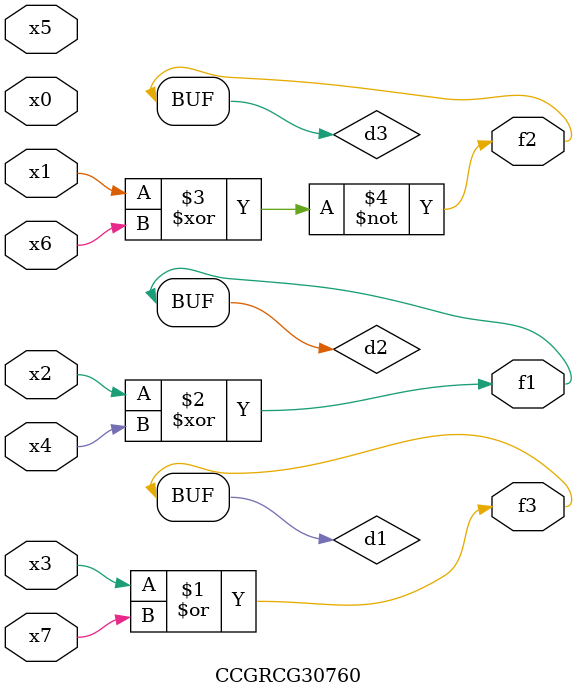
<source format=v>
module CCGRCG30760(
	input x0, x1, x2, x3, x4, x5, x6, x7,
	output f1, f2, f3
);

	wire d1, d2, d3;

	or (d1, x3, x7);
	xor (d2, x2, x4);
	xnor (d3, x1, x6);
	assign f1 = d2;
	assign f2 = d3;
	assign f3 = d1;
endmodule

</source>
